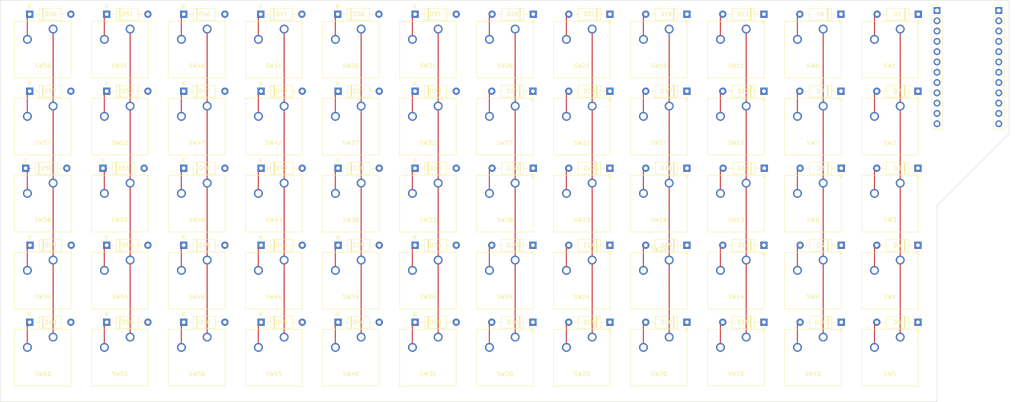
<source format=kicad_pcb>
(kicad_pcb (version 20221018) (generator pcbnew)
  (layers (0 "F.Cu" signal) (31 "B.Cu" signal) (34 "B.Paste" user) (35 "F.Paste" user) (36 "B.SilkS" user "B.Silkscreen") (37 "F.SilkS" user "F.Silkscreen") (38 "B.Mask" user) (39 "F.Mask" user) (44 "Edge.Cuts" user))
  (net 0 "")
  (net 1 "COL0")
  (net 2 "Net-(D1-A)")
  (net 3 "Net-(D2-A)")
  (net 4 "Net-(D3-A)")
  (net 5 "Net-(D4-A)")
  (net 6 "Net-(D5-A)")
  (net 7 "Net-(D6-A)")
  (net 8 "Net-(D7-A)")
  (net 9 "Net-(D8-A)")
  (net 10 "Net-(D9-A)")
  (net 11 "Net-(D10-A)")
  (net 12 "Net-(D11-A)")
  (net 13 "Net-(D12-A)")
  (net 14 "Net-(D13-A)")
  (net 15 "Net-(D14-A)")
  (net 16 "Net-(D15-A)")
  (net 17 "Net-(D16-A)")
  (net 18 "Net-(D17-A)")
  (net 19 "Net-(D18-A)")
  (net 20 "Net-(D19-A)")
  (net 21 "Net-(D20-A)")
  (net 22 "Net-(D21-A)")
  (net 23 "Net-(D22-A)")
  (net 24 "Net-(D23-A)")
  (net 25 "Net-(D24-A)")
  (net 26 "Net-(D25-A)")
  (net 27 "Net-(D26-A)")
  (net 28 "Net-(D27-A)")
  (net 29 "Net-(D28-A)")
  (net 30 "Net-(D29-A)")
  (net 31 "Net-(D30-A)")
  (net 32 "Net-(D31-K)")
  (net 33 "Net-(D32-K)")
  (net 34 "Net-(D33-K)")
  (net 35 "Net-(D34-K)")
  (net 36 "Net-(D35-K)")
  (net 37 "Net-(D36-K)")
  (net 38 "Net-(D37-K)")
  (net 39 "Net-(D38-K)")
  (net 40 "Net-(D39-K)")
  (net 41 "Net-(D40-K)")
  (net 42 "Net-(D41-K)")
  (net 43 "Net-(D42-K)")
  (net 44 "Net-(D43-K)")
  (net 45 "Net-(D44-K)")
  (net 46 "Net-(D45-K)")
  (net 47 "Net-(D46-K)")
  (net 48 "Net-(D47-K)")
  (net 49 "Net-(D48-K)")
  (net 50 "Net-(D49-K)")
  (net 51 "Net-(D50-K)")
  (net 52 "Net-(D51-K)")
  (net 53 "Net-(D52-K)")
  (net 54 "Net-(D53-K)")
  (net 55 "Net-(D54-K)")
  (net 56 "Net-(D55-K)")
  (net 57 "Net-(D56-K)")
  (net 58 "Net-(D57-K)")
  (net 59 "Net-(D58-K)")
  (net 60 "Net-(D59-K)")
  (net 61 "Net-(D60-K)")
  (net 64 "GND")
  (net 73 "ROW0")
  (net 74 "ROW1")
  (net 75 "ROW2")
  (net 76 "ROW3")
  (net 77 "RW4")
  (net 78 "ROW4")
  (net 79 "unconnected-(SW26-Pad1)")
  (net 80 "unconnected-(SW31-Pad1)")
  (net 81 "unconnected-(SW36-Pad1)")
  (net 82 "unconnected-(SW41-Pad1)")
  (net 83 "unconnected-(SW46-Pad1)")
  (net 84 "unconnected-(SW51-Pad1)")
  (net 85 "unconnected-(SW56-Pad1)")
  (footprint "Diode_THT:D_A-405_P10.16mm_Horizontal" (layer "F.Cu") (at 177.8 112.98 180)
    (fp_text reference "D24")
    (fp_text value "D")
  )
  (footprint "Button_Switch_Keyboard:SW_Cherry_MX_1.00u_PCB" (layer "F.Cu") (at 192.42 97.65)
    (fp_text reference "SW18")
    (fp_text value "SW_Push")
  )
  (footprint "Diode_THT:D_A-405_P10.16mm_Horizontal" (layer "F.Cu") (at 72.64 131.98)
    (fp_text reference "D50")
    (fp_text value "D")
  )
  (footprint "Button_Switch_Keyboard:SW_Cherry_MX_1.00u_PCB" (layer "F.Cu") (at 230.42 97.65)
    (fp_text reference "SW8")
    (fp_text value "SW_Push")
  )
  (footprint "Diode_THT:D_A-405_P10.16mm_Horizontal" (layer "F.Cu") (at 253.8 74.98 180)
    (fp_text reference "D2")
    (fp_text value "D")
  )
  (footprint "Diode_THT:D_A-405_P10.16mm_Horizontal" (layer "F.Cu") (at 234.88 131.98 180)
    (fp_text reference "D10")
    (fp_text value "D")
  )
  (footprint "Button_Switch_Keyboard:SW_Cherry_MX_1.00u_PCB" (layer "F.Cu") (at 192.42 116.65)
    (fp_text reference "SW19")
    (fp_text value "SW_Push")
  )
  (footprint "Diode_THT:D_A-405_P10.16mm_Horizontal" (layer "F.Cu") (at 72.64 112.98)
    (fp_text reference "D49")
    (fp_text value "D")
  )
  (footprint "Button_Switch_Keyboard:SW_Cherry_MX_1.00u_PCB" (layer "F.Cu") (at 40.42 116.65)
    (fp_text reference "SW59")
    (fp_text value "SW_Push")
  )
  (footprint "Diode_THT:D_A-405_P10.16mm_Horizontal" (layer "F.Cu") (at 110.72 74.98)
    (fp_text reference "D37")
    (fp_text value "D")
  )
  (footprint "Button_Switch_Keyboard:SW_Cherry_MX_1.00u_PCB" (layer "F.Cu") (at 97.42 97.65)
    (fp_text reference "SW43")
    (fp_text value "SW_Push")
  )
  (footprint "Button_Switch_Keyboard:SW_Cherry_MX_1.00u_PCB" (layer "F.Cu") (at 59.42 78.65)
    (fp_text reference "SW52")
    (fp_text value "SW_Push")
  )
  (footprint "Button_Switch_Keyboard:SW_Cherry_MX_1.00u_PCB" (layer "F.Cu") (at 135.42 78.65)
    (fp_text reference "SW32")
    (fp_text value "SW_Push")
  )
  (footprint "Button_Switch_Keyboard:SW_Cherry_MX_1.00u_PCB" (layer "F.Cu") (at 192.42 135.65)
    (fp_text reference "SW20")
    (fp_text value "SW_Push")
  )
  (footprint "Connector_PinHeader_2.54mm:PinHeader_1x12_P2.54mm_Vertical" (layer "F.Cu") (at 273.74 55.07)
    (fp_text reference "J2" hide)
    (fp_text value "Conn_01x12_Pin")
  )
  (footprint "Diode_THT:D_A-405_P10.16mm_Horizontal" (layer "F.Cu") (at 177.8 131.98 180)
    (fp_text reference "D25")
    (fp_text value "D")
  )
  (footprint "Diode_THT:D_A-405_P10.16mm_Horizontal" (layer "F.Cu") (at 196.8 131.98 180)
    (fp_text reference "D20")
    (fp_text value "D")
  )
  (footprint "Button_Switch_Keyboard:SW_Cherry_MX_1.00u_PCB" (layer "F.Cu") (at 173.42 135.65)
    (fp_text reference "SW25")
    (fp_text value "SW_Push")
  )
  (footprint "Button_Switch_Keyboard:SW_Cherry_MX_1.00u_PCB" (layer "F.Cu") (at 116.42 97.65)
    (fp_text reference "SW38")
    (fp_text value "SW_Push")
  )
  (footprint "Diode_THT:D_A-405_P10.16mm_Horizontal" (layer "F.Cu") (at 196.8 112.98 180)
    (fp_text reference "D19")
    (fp_text value "D")
  )
  (footprint "Button_Switch_Keyboard:SW_Cherry_MX_1.00u_PCB" (layer "F.Cu") (at 173.42 97.65)
    (fp_text reference "SW23")
    (fp_text value "SW_Push")
  )
  (footprint "Button_Switch_Keyboard:SW_Cherry_MX_1.00u_PCB" (layer "F.Cu") (at 59.42 59.65)
    (fp_text reference "SW51")
    (fp_text value "SW_Push")
  )
  (footprint "Button_Switch_Keyboard:SW_Cherry_MX_1.00u_PCB" (layer "F.Cu") (at 154.42 78.65)
    (fp_text reference "SW27")
    (fp_text value "SW_Push")
  )
  (footprint "Button_Switch_Keyboard:SW_Cherry_MX_1.00u_PCB" (layer "F.Cu") (at 40.42 78.65)
    (fp_text reference "SW57")
    (fp_text value "SW_Push")
  )
  (footprint "Button_Switch_Keyboard:SW_Cherry_MX_1.00u_PCB" (layer "F.Cu") (at 154.42 59.65)
    (fp_text reference "SW26")
    (fp_text value "SW_Push")
  )
  (footprint "Button_Switch_Keyboard:SW_Cherry_MX_1.00u_PCB" (layer "F.Cu") (at 59.42 97.65)
    (fp_text reference "SW53")
    (fp_text value "SW_Push")
  )
  (footprint "Diode_THT:D_A-405_P10.16mm_Horizontal" (layer "F.Cu") (at 91.72 93.98)
    (fp_text reference "D43")
    (fp_text value "D")
  )
  (footprint "Diode_THT:D_A-405_P10.16mm_Horizontal" (layer "F.Cu") (at 215.8 55.98 180)
    (fp_text reference "D11")
    (fp_text value "D")
  )
  (footprint "Button_Switch_Keyboard:SW_Cherry_MX_1.00u_PCB" (layer "F.Cu") (at 40.42 97.65)
    (fp_text reference "SW58")
    (fp_text value "SW_Push")
  )
  (footprint "Diode_THT:D_A-405_P10.16mm_Horizontal" (layer "F.Cu") (at 177.8 55.98 180)
    (fp_text reference "D21")
    (fp_text value "D")
  )
  (footprint "Diode_THT:D_A-405_P10.16mm_Horizontal" (layer "F.Cu") (at 34.72 112.98)
    (fp_text reference "D59")
    (fp_text value "D")
  )
  (footprint "Diode_THT:D_A-405_P10.16mm_Horizontal" (layer "F.Cu") (at 91.72 112.98)
    (fp_text reference "D44")
    (fp_text value "D")
  )
  (footprint "Diode_THT:D_A-405_P10.16mm_Horizontal" (layer "F.Cu") (at 215.8 74.98 180)
    (fp_text reference "D12")
    (fp_text value "D")
  )
  (footprint "Button_Switch_Keyboard:SW_Cherry_MX_1.00u_PCB" (layer "F.Cu") (at 40.42 59.65)
    (fp_text reference "SW56")
    (fp_text value "SW_Push")
  )
  (footprint "Button_Switch_Keyboard:SW_Cherry_MX_1.00u_PCB" (layer "F.Cu") (at 230.42 59.65)
    (fp_text reference "SW6")
    (fp_text value "SW_Push")
  )
  (footprint "Button_Switch_Keyboard:SW_Cherry_MX_1.00u_PCB" (layer "F.Cu") (at 211.42 97.65)
    (fp_text reference "SW13")
    (fp_text value "SW_Push")
  )
  (footprint "Button_Switch_Keyboard:SW_Cherry_MX_1.00u_PCB" (layer "F.Cu") (at 211.42 78.65)
    (fp_text reference "SW12")
    (fp_text value "SW_Push")
  )
  (footprint "Diode_THT:D_A-405_P10.16mm_Horizontal" (layer "F.Cu") (at 234.8 74.98 180)
    (fp_text reference "D7")
    (fp_text value "D")
  )
  (footprint "Diode_THT:D_A-405_P10.16mm_Horizontal" (layer "F.Cu") (at 34.64 131.98)
    (fp_text reference "D60")
    (fp_text value "D")
  )
  (footprint "Button_Switch_Keyboard:SW_Cherry_MX_1.00u_PCB" (layer "F.Cu") (at 116.42 116.65)
    (fp_text reference "SW39")
    (fp_text value "SW_Push")
  )
  (footprint "Diode_THT:D_A-405_P10.16mm_Horizontal" (layer "F.Cu") (at 53.64 74.98)
    (fp_text reference "D52")
    (fp_text value "D")
  )
  (footprint "Button_Switch_Keyboard:SW_Cherry_MX_1.00u_PCB" (layer "F.Cu") (at 249.42 59.65)
    (fp_text reference "SW1")
    (fp_text value "SW_Push")
  )
  (footprint "Diode_THT:D_A-405_P10.16mm_Horizontal" (layer "F.Cu") (at 129.72 131.98)
    (fp_text reference "D35")
    (fp_text value "D")
  )
  (footprint "Button_Switch_Keyboard:SW_Cherry_MX_1.00u_PCB" (layer "F.Cu") (at 173.42 116.65)
    (fp_text reference "SW24")
    (fp_text value "SW_Push")
  )
  (footprint "Diode_THT:D_A-405_P10.16mm_Horizontal" (layer "F.Cu") (at 253.8 112.98 180)
    (fp_text reference "D4")
    (fp_text value "D")
  )
  (footprint "Button_Switch_Keyboard:SW_Cherry_MX_1.00u_PCB" (layer "F.Cu") (at 78.42 97.65)
    (fp_text reference "SW48")
    (fp_text value "SW_Push")
  )
  (footprint "Button_Switch_Keyboard:SW_Cherry_MX_1.00u_PCB" (layer "F.Cu") (at 59.42 116.65)
    (fp_text reference "SW54")
    (fp_text value "SW_Push")
  )
  (footprint "Diode_THT:D_A-405_P10.16mm_Horizontal" (layer "F.Cu") (at 72.64 55.98)
    (fp_text reference "D46")
    (fp_text value "D")
  )
  (footprint "Diode_THT:D_A-405_P10.16mm_Horizontal" (layer "F.Cu") (at 177.8 74.98 180)
    (fp_text reference "D22")
    (fp_text value "D")
  )
  (footprint "Diode_THT:D_A-405_P10.16mm_Horizontal" (layer "F.Cu") (at 253.88 55.98 180)
    (fp_text reference "D1")
    (fp_text value "D")
  )
  (footprint "Diode_THT:D_A-405_P10.16mm_Horizontal" (layer "F.Cu") (at 234.8 55.98 180)
    (fp_text reference "D6")
    (fp_text value "D")
  )
  (footprint "Diode_THT:D_A-405_P10.16mm_Horizontal" (layer "F.Cu") (at 53.64 112.98)
    (fp_text reference "D54")
    (fp_text value "D")
  )
  (footprint "Button_Switch_Keyboard:SW_Cherry_MX_1.00u_PCB" (layer "F.Cu") (at 154.42 97.65)
    (fp_text reference "SW28")
    (fp_text value "SW_Push")
  )
  (footprint "Diode_THT:D_A-405_P10.16mm_Horizontal" (layer "F.Cu") (at 34.64 74.98)
    (fp_text reference "D57")
    (fp_text value "D")
  )
  (footprint "Button_Switch_Keyboard:SW_Cherry_MX_1.00u_PCB" (layer "F.Cu") (at 116.42 78.65)
    (fp_text reference "SW37")
    (fp_text value "SW_Push")
  )
  (footprint "Diode_THT:D_A-405_P10.16mm_Horizontal" (layer "F.Cu") (at 110.72 131.98)
    (fp_text reference "D40")
    (fp_text value "D")
  )
  (footprint "Button_Switch_Keyboard:SW_Cherry_MX_1.00u_PCB" (layer "F.Cu") (at 97.42 59.65)
    (fp_text reference "SW41")
    (fp_text value "SW_Push")
  )
  (footprint "Button_Switch_Keyboard:SW_Cherry_MX_1.00u_PCB" (layer "F.Cu") (at 249.42 78.65)
    (fp_text reference "SW2")
    (fp_text value "SW_Push")
  )
  (footprint "Diode_THT:D_A-405_P10.16mm_Horizontal" (layer "F.Cu") (at 196.8 55.98 180)
    (fp_text reference "D16")
    (fp_text value "D")
  )
  (footprint "Button_Switch_Keyboard:SW_Cherry_MX_1.00u_PCB" (layer "F.Cu") (at 135.42 59.65)
    (fp_text reference "SW31")
    (fp_text value "SW_Push")
  )
  (footprint "Diode_THT:D_A-405_P10.16mm_Horizontal" (layer "F.Cu") (at 110.72 93.98)
    (fp_text reference "D38")
    (fp_text value "D")
  )
  (footprint "Diode_THT:D_A-405_P10.16mm_Horizontal" (layer "F.Cu") (at 33.64 93.98)
    (fp_text reference "D58")
    (fp_text value "D")
  )
  (footprint "Button_Switch_Keyboard:SW_Cherry_MX_1.00u_PCB" (layer "F.Cu") (at 211.42 135.65)
    (fp_text reference "SW15")
    (fp_text value "SW_Push")
  )
  (footprint "Diode_THT:D_A-405_P10.16mm_Horizontal" (layer "F.Cu") (at 34.64 55.98)
    (fp_text reference "D56")
    (fp_text value "D")
  )
  (footprint "Diode_THT:D_A-405_P10.16mm_Horizontal" (layer "F.Cu") (at 72.64 74.98)
    (fp_text reference "D47")
    (fp_text value "D")
  )
  (footprint "Diode_THT:D_A-405_P10.16mm_Horizontal" (layer "F.Cu") (at 158.8 131.98 180)
    (fp_text reference "D30")
    (fp_text value "D")
  )
  (footprint "Diode_THT:D_A-405_P10.16mm_Horizontal" (layer "F.Cu") (at 129.72 55.98)
    (fp_text reference "D31")
    (fp_text value "D")
  )
  (footprint "Diode_THT:D_A-405_P10.16mm_Horizontal" (layer "F.Cu") (at 215.8 131.98 180)
    (fp_text reference "D15")
    (fp_text value "D")
  )
  (footprint "Diode_THT:D_A-405_P10.16mm_Horizontal" (layer "F.Cu") (at 129.72 93.98)
    (fp_text reference "D33")
    (fp_text value "D")
  )
  (footprint "Button_Switch_Keyboard:SW_Cherry_MX_1.00u_PCB" (layer "F.Cu") (at 154.42 116.65)
    (fp_text reference "SW29")
    (fp_text value "SW_Push")
  )
  (footprint "Diode_THT:D_A-405_P10.16mm_Horizontal" (layer "F.Cu") (at 215.88 93.98 180)
    (fp_text reference "D13")
    (fp_text value "D")
  )
  (footprint "Diode_THT:D_A-405_P10.16mm_Horizontal" (layer "F.Cu") (at 196.8 93.98 180)
    (fp_text reference "D18")
    (fp_text value "D")
  )
  (footprint "Diode_THT:D_A-405_P10.16mm_Horizontal" (layer "F.Cu") (at 53.64 131.98)
    (fp_text reference "D55")
    (fp_text value "D")
  )
  (footprint "Button_Switch_Keyboard:SW_Cherry_MX_1.00u_PCB" (layer "F.Cu") (at 211.42 116.65)
    (fp_text reference "SW14")
    (fp_text value "SW_Push")
  )
  (footprint "Button_Switch_Keyboard:SW_Cherry_MX_1.00u_PCB" (layer "F.Cu") (at 97.42 78.65)
    (fp_text reference "SW42")
    (fp_text value "SW_Push")
  )
  (footprint "Button_Switch_Keyboard:SW_Cherry_MX_1.00u_PCB" (layer "F.Cu") (at 116.42 135.65)
    (fp_text reference "SW40")
    (fp_text value "SW_Push")
  )
  (footprint "Button_Switch_Keyboard:SW_Cherry_MX_1.00u_PCB" (layer "F.Cu") (at 173.42 59.65)
    (fp_text reference "SW21")
    (fp_text value "SW_Push")
  )
  (footprint "Button_Switch_Keyboard:SW_Cherry_MX_1.00u_PCB" (layer "F.Cu") (at 97.42 116.65)
    (fp_text reference "SW44")
    (fp_text value "SW_Push")
  )
  (footprint "Button_Switch_Keyboard:SW_Cherry_MX_1.00u_PCB" (layer "F.Cu") (at 97.42 135.65)
    (fp_text reference "SW45")
    (fp_text value "SW_Push")
  )
  (footprint "Button_Switch_Keyboard:SW_Cherry_MX_1.00u_PCB" (layer "F.Cu") (at 249.42 116.65)
    (fp_text reference "SW4")
    (fp_text value "SW_Push")
  )
  (footprint "Diode_THT:D_A-405_P10.16mm_Horizontal" (layer "F.Cu") (at 52.72 93.98)
    (fp_text reference "D53")
    (fp_text value "D")
  )
  (footprint "Button_Switch_Keyboard:SW_Cherry_MX_1.00u_PCB" (layer "F.Cu") (at 135.42 97.65)
    (fp_text reference "SW33")
    (fp_text value "SW_Push")
  )
  (footprint "Button_Switch_Keyboard:SW_Cherry_MX_1.00u_PCB" (layer "F.Cu") (at 78.42 135.65)
    (fp_text reference "SW50")
    (fp_text value "SW_Push")
  )
  (footprint "Diode_THT:D_A-405_P10.16mm_Horizontal" (layer "F.Cu") (at 129.72 74.98)
    (fp_text reference "D32")
    (fp_text value "D")
  )
  (footprint "Diode_THT:D_A-405_P10.16mm_Horizontal" (layer "F.Cu") (at 53.64 55.98)
    (fp_text reference "D51")
    (fp_text value "D")
  )
  (footprint "Button_Switch_Keyboard:SW_Cherry_MX_1.00u_PCB" (layer "F.Cu") (at 78.42 78.65)
    (fp_text reference "SW47")
    (fp_text value "SW_Push")
  )
  (footprint "Diode_THT:D_A-405_P10.16mm_Horizontal" (layer "F.Cu") (at 234.88 112.98 180)
    (fp_text reference "D9")
    (fp_text value "D")
  )
  (footprint "Button_Switch_Keyboard:SW_Cherry_MX_1.00u_PCB" (layer "F.Cu") (at 173.42 78.65)
    (fp_text reference "SW22")
    (fp_text value "SW_Push")
  )
  (footprint "Diode_THT:D_A-405_P10.16mm_Horizontal" (layer "F.Cu") (at 177.8 93.98 180)
    (fp_text reference "D23")
    (fp_text value "D")
  )
  (footprint "Button_Switch_Keyboard:SW_Cherry_MX_1.00u_PCB" (layer "F.Cu") (at 230.42 135.65)
    (fp_text reference "SW10")
    (fp_text value "SW_Push")
  )
  (footprint "Diode_THT:D_A-405_P10.16mm_Horizontal" (layer "F.Cu") (at 91.72 131.98)
    (fp_text reference "D45")
    (fp_text value "D")
  )
  (footprint "Button_Switch_Keyboard:SW_Cherry_MX_1.00u_PCB" (layer "F.Cu") (at 154.42 135.65)
    (fp_text reference "SW30")
    (fp_text value "SW_Push")
  )
  (footprint "Button_Switch_Keyboard:SW_Cherry_MX_1.00u_PCB" (layer "F.Cu") (at 211.42 59.65)
    (fp_text reference "SW11")
    (fp_text value "SW_Push")
  )
  (footprint "Button_Switch_Keyboard:SW_Cherry_MX_1.00u_PCB" (layer "F.Cu") (at 78.42 59.65)
    (fp_text reference "SW46")
    (fp_text value "SW_Push")
  )
  (footprint "Button_Switch_Keyboard:SW_Cherry_MX_1.00u_PCB" (layer "F.Cu") (at 249.42 97.65)
    (fp_text reference "SW3")
    (fp_text value "SW_Push")
  )
  (footprint "Diode_THT:D_A-405_P10.16mm_Horizontal" (layer "F.Cu") (at 72.64 93.98)
    (fp_text reference "D48")
    (fp_text value "D")
  )
  (footprint "Button_Switch_Keyboard:SW_Cherry_MX_1.00u_PCB" (layer "F.Cu") (at 135.42 135.65)
    (fp_text reference "SW35")
    (fp_text value "SW_Push")
  )
  (footprint "Button_Switch_Keyboard:SW_Cherry_MX_1.00u_PCB" (layer "F.Cu") (at 230.42 78.65)
    (fp_text reference "SW7")
    (fp_text value "SW_Push")
  )
  (footprint "Diode_THT:D_A-405_P10.16mm_Horizontal" (layer "F.Cu") (at 253.8 131.98 180)
    (fp_text reference "D5")
    (fp_text value "D")
  )
  (footprint "Diode_THT:D_A-405_P10.16mm_Horizontal" (layer "F.Cu") (at 158.8 112.98 180)
    (fp_text reference "D29")
    (fp_text value "D")
  )
  (footprint "Diode_THT:D_A-405_P10.16mm_Horizontal" (layer "F.Cu") (at 110.72 112.98)
    (fp_text reference "D39")
    (fp_text value "D")
  )
  (footprint "Button_Switch_Keyboard:SW_Cherry_MX_1.00u_PCB" (layer "F.Cu") (at 59.42 135.65)
    (fp_text reference "SW55")
    (fp_text value "SW_Push")
  )
  (footprint "Button_Switch_Keyboard:SW_Cherry_MX_1.00u_PCB" (layer "F.Cu") (at 192.42 78.65)
    (fp_text reference "SW17")
    (fp_text value "SW_Push")
  )
  (footprint "Button_Switch_Keyboard:SW_Cherry_MX_1.00u_PCB" (layer "F.Cu") (at 192.42 59.65)
    (fp_text reference "SW16")
    (fp_text value "SW_Push")
  )
  (footprint "Diode_THT:D_A-405_P10.16mm_Horizontal" (layer "F.Cu") (at 158.88 93.98 180)
    (fp_text reference "D28")
    (fp_text value "D")
  )
  (footprint "Button_Switch_Keyboard:SW_Cherry_MX_1.00u_PCB" (layer "F.Cu") (at 40.42 135.65)
    (fp_text reference "SW60")
    (fp_text value "SW_Push")
  )
  (footprint "Diode_THT:D_A-405_P10.16mm_Horizontal" (layer "F.Cu") (at 158.88 55.98 180)
    (fp_text reference "D26")
    (fp_text value "D")
  )
  (footprint "Button_Switch_Keyboard:SW_Cherry_MX_1.00u_PCB" (layer "F.Cu") (at 116.42 59.65)
    (fp_text reference "SW36")
    (fp_text value "SW_Push")
  )
  (footprint "Diode_THT:D_A-405_P10.16mm_Horizontal" (layer "F.Cu") (at 215.8 112.98 180)
    (fp_text reference "D14")
    (fp_text value "D")
  )
  (footprint "Diode_THT:D_A-405_P10.16mm_Horizontal" (layer "F.Cu") (at 91.72 74.98)
    (fp_text reference "D42")
    (fp_text value "D")
  )
  (footprint "Diode_THT:D_A-405_P10.16mm_Horizontal" (layer "F.Cu") (at 253.8 93.98 180)
    (fp_text reference "D3")
    (fp_text value "D")
  )
  (footprint "Diode_THT:D_A-405_P10.16mm_Horizontal" (layer "F.Cu") (at 196.8 74.98 180)
    (fp_text reference "D17")
    (fp_text value "D")
  )
  (footprint "Button_Switch_Keyboard:SW_Cherry_MX_1.00u_PCB" (layer "F.Cu") (at 78.42 116.65)
    (fp_text reference "SW49")
    (fp_text value "SW_Push")
  )
  (footprint "Diode_THT:D_A-405_P10.16mm_Horizontal" (layer "F.Cu") (at 234.88 93.98 180)
    (fp_text reference "D8")
    (fp_text value "D")
  )
  (footprint "Diode_THT:D_A-405_P10.16mm_Horizontal" (layer "F.Cu") (at 110.64 55.98)
    (fp_text reference "D36")
    (fp_text value "D")
  )
  (footprint "Button_Switch_Keyboard:SW_Cherry_MX_1.00u_PCB" (layer "F.Cu") (at 230.42 116.65)
    (fp_text reference "SW9")
    (fp_text value "SW_Push")
  )
  (footprint "Connector_PinHeader_2.54mm:PinHeader_1x12_P2.54mm_Vertical" (layer "F.Cu") (at 258.5 55.07)
    (fp_text reference "J1" hide)
    (fp_text value "Conn_01x12_Pin")
  )
  (footprint "Button_Switch_Keyboard:SW_Cherry_MX_1.00u_PCB" (layer "F.Cu") (at 249.42 135.65)
    (fp_text reference "SW5")
    (fp_text value "SW_Push")
  )
  (footprint "Diode_THT:D_A-405_P10.16mm_Horizontal" (layer "F.Cu") (at 91.64 55.98)
    (fp_text reference "D41")
    (fp_text value "D")
  )
  (footprint "Diode_THT:D_A-405_P10.16mm_Horizontal" (layer "F.Cu") (at 129.72 112.98)
    (fp_text reference "D34")
    (fp_text value "D")
  )
  (footprint "Button_Switch_Keyboard:SW_Cherry_MX_1.00u_PCB" (layer "F.Cu") (at 135.42 116.65)
    (fp_text reference "SW34")
    (fp_text value "SW_Push")
  )
  (footprint "Diode_THT:D_A-405_P10.16mm_Horizontal" (layer "F.Cu") (at 158.8 74.98 180)
    (fp_text reference "D27")
    (fp_text value "D")
  )
  (gr_poly (pts (xy 276.28 52.53) (xy 276.28 85.55) (xy 258.5 103.33) (xy 258.5 151.59) (xy 27.36 151.59) (xy 27.36 52.53)) (stroke (width 0.1)) (fill none) (layer "Edge.Cuts"))
  (segment (start 243.07 56.63) (end 243.72 55.98) (width 0.25) (layer "F.Cu") (net 2))
  (segment (start 243.07 62.19) (end 243.07 56.63) (width 0.25) (layer "F.Cu") (net 2))
  (segment (start 243.07 81.19) (end 243.07 75.55) (width 0.25) (layer "F.Cu") (net 3))
  (segment (start 243.07 75.55) (end 243.64 74.98) (width 0.25) (layer "F.Cu") (net 3))
  (segment (start 243.07 94.55) (end 243.64 93.98) (width 0.25) (layer "F.Cu") (net 4))
  (segment (start 243.07 100.19) (end 243.07 94.55) (width 0.25) (layer "F.Cu") (net 4))
  (segment (start 243.07 113.55) (end 243.64 112.98) (width 0.25) (layer "F.Cu") (net 5))
  (segment (start 243.07 119.19) (end 243.07 113.55) (width 0.25) (layer "F.Cu") (net 5))
  (segment (start 243.07 138.19) (end 243.07 132.55) (width 0.25) (layer "F.Cu") (net 6))
  (segment (start 243.07 132.55) (end 243.64 131.98) (width 0.25) (layer "F.Cu") (net 6))
  (segment (start 224.05 62.23) (end 224.05 56.67) (width 0.25) (layer "F.Cu") (net 7))
  (segment (start 224.05 56.67) (end 224.7 56.02) (width 0.25) (layer "F.Cu") (net 7))
  (segment (start 224.05 75.59) (end 224.62 75.02) (width 0.25) (layer "F.Cu") (net 8))
  (segment (start 224.05 81.23) (end 224.05 75.59) (width 0.25) (layer "F.Cu") (net 8))
  (segment (start 224.05 100.23) (end 224.05 94.59) (width 0.25) (layer "F.Cu") (net 9))
  (segment (start 224.05 94.59) (end 224.62 94.02) (width 0.25) (layer "F.Cu") (net 9))
  (segment (start 224.05 119.23) (end 224.05 113.59) (width 0.25) (layer "F.Cu") (net 10))
  (segment (start 224.05 113.59) (end 224.62 113.02) (width 0.25) (layer "F.Cu") (net 10))
  (segment (start 224.05 138.23) (end 224.05 132.59) (width 0.25) (layer "F.Cu") (net 11))
  (segment (start 224.05 132.59) (end 224.62 132.02) (width 0.25) (layer "F.Cu") (net 11))
  (segment (start 205.05 62.23) (end 205.05 56.67) (width 0.25) (layer "F.Cu") (net 12))
  (segment (start 205.05 56.67) (end 205.7 56.02) (width 0.25) (layer "F.Cu") (net 12))
  (segment (start 205.05 81.23) (end 205.05 75.59) (width 0.25) (layer "F.Cu") (net 13))
  (segment (start 205.05 75.59) (end 205.62 75.02) (width 0.25) (layer "F.Cu") (net 13))
  (segment (start 205.05 94.59) (end 205.62 94.02) (width 0.25) (layer "F.Cu") (net 14))
  (segment (start 205.05 100.23) (end 205.05 94.59) (width 0.25) (layer "F.Cu") (net 14))
  (segment (start 205.05 113.59) (end 205.62 113.02) (width 0.25) (layer "F.Cu") (net 15))
  (segment (start 205.05 119.23) (end 205.05 113.59) (width 0.25) (layer "F.Cu") (net 15))
  (segment (start 205.05 138.23) (end 205.05 132.59) (width 0.25) (layer "F.Cu") (net 16))
  (segment (start 205.05 132.59) (end 205.62 132.02) (width 0.25) (layer "F.Cu") (net 16))
  (segment (start 186.05 56.67) (end 186.7 56.02) (width 0.25) (layer "F.Cu") (net 17))
  (segment (start 186.05 62.23) (end 186.05 56.67) (width 0.25) (layer "F.Cu") (net 17))
  (segment (start 186.05 75.59) (end 186.62 75.02) (width 0.25) (layer "F.Cu") (net 18))
  (segment (start 186.05 81.23) (end 186.05 75.59) (width 0.25) (layer "F.Cu") (net 18))
  (segment (start 186.05 100.23) (end 186.05 94.59) (width 0.25) (layer "F.Cu") (net 19))
  (segment (start 186.05 94.59) (end 186.62 94.02) (width 0.25) (layer "F.Cu") (net 19))
  (segment (start 186.05 119.23) (end 186.05 113.59) (width 0.25) (layer "F.Cu") (net 20))
  (segment (start 186.05 113.59) (end 186.62 113.02) (width 0.25) (layer "F.Cu") (net 20))
  (segment (start 186.05 138.23) (end 186.05 132.59) (width 0.25) (layer "F.Cu") (net 21))
  (segment (start 186.05 132.59) (end 186.62 132.02) (width 0.25) (layer "F.Cu") (net 21))
  (segment (start 167.05 56.67) (end 167.7 56.02) (width 0.25) (layer "F.Cu") (net 22))
  (segment (start 167.05 62.23) (end 167.05 56.67) (width 0.25) (layer "F.Cu") (net 22))
  (segment (start 167.05 81.23) (end 167.05 75.59) (width 0.25) (layer "F.Cu") (net 23))
  (segment (start 167.05 75.59) (end 167.62 75.02) (width 0.25) (layer "F.Cu") (net 23))
  (segment (start 167.05 100.23) (end 167.05 94.59) (width 0.25) (layer "F.Cu") (net 24))
  (segment (start 167.05 94.59) (end 167.62 94.02) (width 0.25) (layer "F.Cu") (net 24))
  (segment (start 167.05 113.59) (end 167.62 113.02) (width 0.25) (layer "F.Cu") (net 25))
  (segment (start 167.05 119.23) (end 167.05 113.59) (width 0.25) (layer "F.Cu") (net 25))
  (segment (start 167.05 132.59) (end 167.62 132.02) (width 0.25) (layer "F.Cu") (net 26))
  (segment (start 167.05 138.23) (end 167.05 132.59) (width 0.25) (layer "F.Cu") (net 26))
  (segment (start 148.05 62.23) (end 148.05 56.67) (width 0.25) (layer "F.Cu") (net 27))
  (segment (start 148.05 56.67) (end 148.7 56.02) (width 0.25) (layer "F.Cu") (net 27))
  (segment (start 148.05 75.59) (end 148.62 75.02) (width 0.25) (layer "F.Cu") (net 28))
  (segment (start 148.05 81.23) (end 148.05 75.59) (width 0.25) (layer "F.Cu") (net 28))
  (segment (start 148.05 100.23) (end 148.05 94.59) (width 0.25) (layer "F.Cu") (net 29))
  (segment (start 148.05 94.59) (end 148.62 94.02) (width 0.25) (layer "F.Cu") (net 29))
  (segment (start 148.05 119.23) (end 148.05 113.59) (width 0.25) (layer "F.Cu") (net 30))
  (segment (start 148.05 113.59) (end 148.62 113.02) (width 0.25) (layer "F.Cu") (net 30))
  (segment (start 148.05 138.23) (end 148.05 132.59) (width 0.25) (layer "F.Cu") (net 31))
  (segment (start 148.05 132.59) (end 148.62 132.02) (width 0.25) (layer "F.Cu") (net 31))
  (segment (start 129.05 62.23) (end 129.05 56.67) (width 0.25) (layer "F.Cu") (net 32))
  (segment (start 129.05 56.67) (end 129.7 56.02) (width 0.25) (layer "F.Cu") (net 32))
  (segment (start 129.05 75.59) (end 129.62 75.02) (width 0.25) (layer "F.Cu") (net 33))
  (segment (start 129.05 81.23) (end 129.05 75.59) (width 0.25) (layer "F.Cu") (net 33))
  (segment (start 129.05 100.23) (end 129.05 94.59) (width 0.25) (layer "F.Cu") (net 34))
  (segment (start 129.05 94.59) (end 129.62 94.02) (width 0.25) (layer "F.Cu") (net 34))
  (segment (start 129.05 113.59) (end 129.62 113.02) (width 0.25) (layer "F.Cu") (net 35))
  (segment (start 129.05 119.23) (end 129.05 113.59) (width 0.25) (layer "F.Cu") (net 35))
  (segment (start 129.05 138.23) (end 129.05 132.59) (width 0.25) (layer "F.Cu") (net 36))
  (segment (start 129.05 132.59) (end 129.62 132.02) (width 0.25) (layer "F.Cu") (net 36))
  (segment (start 110.05 56.67) (end 110.7 56.02) (width 0.25) (layer "F.Cu") (net 37))
  (segment (start 110.05 62.23) (end 110.05 56.67) (width 0.25) (layer "F.Cu") (net 37))
  (segment (start 110.05 75.59) (end 110.62 75.02) (width 0.25) (layer "F.Cu") (net 38))
  (segment (start 110.05 81.23) (end 110.05 75.59) (width 0.25) (layer "F.Cu") (net 38))
  (segment (start 110.05 100.23) (end 110.05 94.59) (width 0.25) (layer "F.Cu") (net 39))
  (segment (start 110.05 94.59) (end 110.62 94.02) (width 0.25) (layer "F.Cu") (net 39))
  (segment (start 110.05 113.59) (end 110.62 113.02) (width 0.25) (layer "F.Cu") (net 40))
  (segment (start 110.05 119.23) (end 110.05 113.59) (width 0.25) (layer "F.Cu") (net 40))
  (segment (start 110.05 132.59) (end 110.62 132.02) (width 0.25) (layer "F.Cu") (net 41))
  (segment (start 110.05 138.23) (end 110.05 132.59) (width 0.25) (layer "F.Cu") (net 41))
  (segment (start 91.05 62.23) (end 91.05 56.67) (width 0.25) (layer "F.Cu") (net 42))
  (segment (start 91.05 56.67) (end 91.7 56.02) (width 0.25) (layer "F.Cu") (net 42))
  (segment (start 91.05 81.23) (end 91.05 75.59) (width 0.25) (layer "F.Cu") (net 43))
  (segment (start 91.05 75.59) (end 91.62 75.02) (width 0.25) (layer "F.Cu") (net 43))
  (segment (start 91.05 100.23) (end 91.05 94.59) (width 0.25) (layer "F.Cu") (net 44))
  (segment (start 91.05 94.59) (end 91.62 94.02) (width 0.25) (layer "F.Cu") (net 44))
  (segment (start 91.05 119.23) (end 91.05 113.59) (width 0.25) (layer "F.Cu") (net 45))
  (segment (start 91.05 113.59) (end 91.62 113.02) (width 0.25) (layer "F.Cu") (net 45))
  (segment (start 91.05 138.23) (end 91.05 132.59) (width 0.25) (layer "F.Cu") (net 46))
  (segment (start 91.05 132.59) (end 91.62 132.02) (width 0.25) (layer "F.Cu") (net 46))
  (segment (start 72.05 56.67) (end 72.7 56.02) (width 0.25) (layer "F.Cu") (net 47))
  (segment (start 72.05 62.23) (end 72.05 56.67) (width 0.25) (layer "F.Cu") (net 47))
  (segment (start 72.05 81.23) (end 72.05 75.59) (width 0.25) (layer "F.Cu") (net 48))
  (segment (start 72.05 75.59) (end 72.62 75.02) (width 0.25) (layer "F.Cu") (net 48))
  (segment (start 72.05 94.59) (end 72.62 94.02) (width 0.25) (layer "F.Cu") (net 49))
  (segment (start 72.05 100.23) (end 72.05 94.59) (width 0.25) (layer "F.Cu") (net 49))
  (segment (start 72.05 119.23) (end 72.05 113.59) (width 0.25) (layer "F.Cu") (net 50))
  (segment (start 72.05 113.59) (end 72.62 113.02) (width 0.25) (layer "F.Cu") (net 50))
  (segment (start 72.05 138.23) (end 72.05 132.59) (width 0.25) (layer "F.Cu") (net 51))
  (segment (start 72.05 132.59) (end 72.62 132.02) (width 0.25) (layer "F.Cu") (net 51))
  (segment (start 53.05 62.23) (end 53.05 56.67) (width 0.25) (layer "F.Cu") (net 52))
  (segment (start 53.05 56.67) (end 53.7 56.02) (width 0.25) (layer "F.Cu") (net 52))
  (segment (start 53.05 75.59) (end 53.62 75.02) (width 0.25) (layer "F.Cu") (net 53))
  (segment (start 53.05 81.23) (end 53.05 75.59) (width 0.25) (layer "F.Cu") (net 53))
  (segment (start 53.05 94.59) (end 53.62 94.02) (width 0.25) (layer "F.Cu") (net 54))
  (segment (start 53.05 100.23) (end 53.05 94.59) (width 0.25) (layer "F.Cu") (net 54))
  (segment (start 53.05 113.59) (end 53.62 113.02) (width 0.25) (layer "F.Cu") (net 55))
  (segment (start 53.05 119.23) (end 53.05 113.59) (width 0.25) (layer "F.Cu") (net 55))
  (segment (start 53.05 138.23) (end 53.05 132.59) (width 0.25) (layer "F.Cu") (net 56))
  (segment (start 53.05 132.59) (end 53.62 132.02) (width 0.25) (layer "F.Cu") (net 56))
  (segment (start 34.05 62.23) (end 34.05 56.67) (width 0.25) (layer "F.Cu") (net 57))
  (segment (start 34.05 56.67) (end 34.7 56.02) (width 0.25) (layer "F.Cu") (net 57))
  (segment (start 34.05 81.23) (end 34.05 75.59) (width 0.25) (layer "F.Cu") (net 58))
  (segment (start 34.05 75.59) (end 34.62 75.02) (width 0.25) (layer "F.Cu") (net 58))
  (segment (start 34.05 100.23) (end 34.05 94.59) (width 0.25) (layer "F.Cu") (net 59))
  (segment (start 34.05 94.59) (end 34.62 94.02) (width 0.25) (layer "F.Cu") (net 59))
  (segment (start 34.05 113.59) (end 34.62 113.02) (width 0.25) (layer "F.Cu") (net 60))
  (segment (start 34.05 119.23) (end 34.05 113.59) (width 0.25) (layer "F.Cu") (net 60))
  (segment (start 34.05 132.59) (end 34.62 132.02) (width 0.25) (layer "F.Cu") (net 61))
  (segment (start 34.05 138.23) (end 34.05 132.59) (width 0.25) (layer "F.Cu") (net 61))
  (segment (start 249.42 135.65) (end 249.42 59.65) (width 0.25) (layer "F.Cu") (net 73))
  (segment (start 230.42 59.65) (end 230.42 135.65) (width 0.25) (layer "F.Cu") (net 74))
  (segment (start 211.42 135.65) (end 211.42 59.65) (width 0.25) (layer "F.Cu") (net 75))
  (segment (start 192.42 135.65) (end 192.42 59.65) (width 0.25) (layer "F.Cu") (net 76))
  (segment (start 173.42 135.65) (end 173.42 59.65) (width 0.25) (layer "F.Cu") (net 78))
  (segment (start 154.42 59.65) (end 154.42 135.65) (width 0.25) (layer "F.Cu") (net 79))
  (segment (start 135.42 135.65) (end 135.42 59.65) (width 0.25) (layer "F.Cu") (net 80))
  (segment (start 116.42 59.65) (end 116.42 135.65) (width 0.25) (layer "F.Cu") (net 81))
  (segment (start 97.42 135.65) (end 97.42 59.65) (width 0.25) (layer "F.Cu") (net 82))
  (segment (start 78.42 59.65) (end 78.42 135.65) (width 0.25) (layer "F.Cu") (net 83))
  (segment (start 59.42 135.65) (end 59.42 59.65) (width 0.25) (layer "F.Cu") (net 84))
  (segment (start 40.42 59.65) (end 40.42 135.65) (width 0.25) (layer "F.Cu") (net 85))
)
</source>
